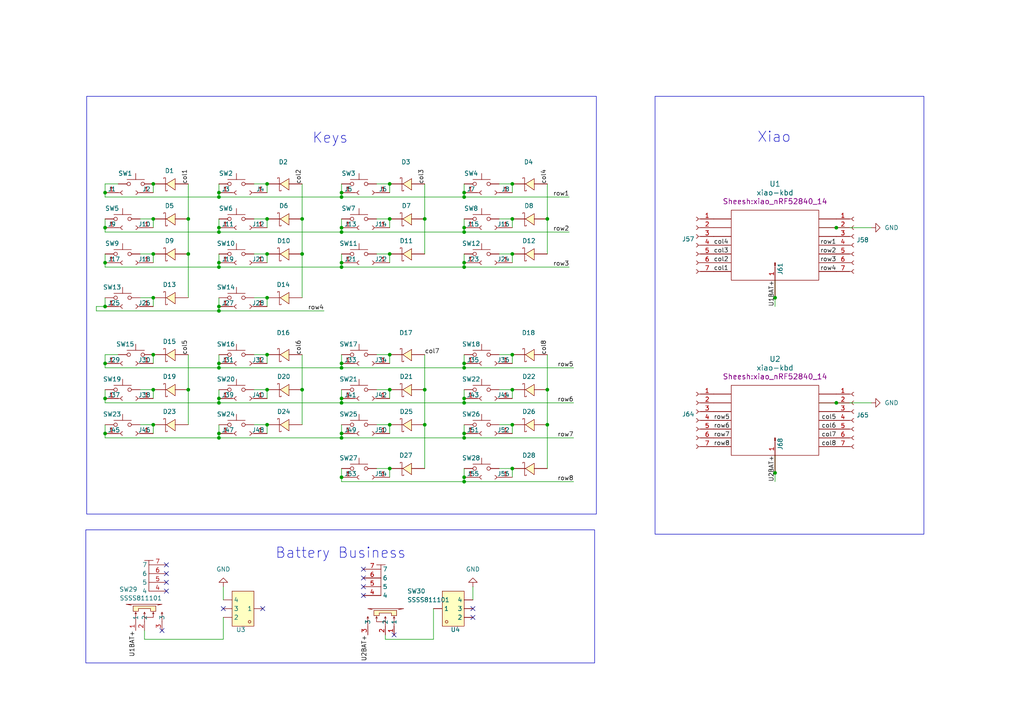
<source format=kicad_sch>
(kicad_sch (version 20231120) (generator "eeschema") (generator_version "8.0")
  (paper "A4")
  (title_block (title "Sheesh") (date "2024-09-23") (rev "0.1") (company "Octule"))
  (junction (at 148.59 135.89))
  (junction (at 242.57 116.84))
  (junction (at 77.47 113.03))
  (junction (at 134.62 77.47))
  (junction (at 134.62 66.04))
  (junction (at 148.59 123.19))
  (junction (at 158.75 113.03))
  (junction (at 30.48 55.88))
  (junction (at 134.62 139.7))
  (junction (at 99.06 115.57))
  (junction (at 123.19 113.03))
  (junction (at 99.06 57.15))
  (junction (at 224.79 86.36))
  (junction (at 87.63 63.5))
  (junction (at 134.62 76.2))
  (junction (at 63.5 57.15))
  (junction (at 99.06 55.88))
  (junction (at 63.5 105.41))
  (junction (at 30.48 125.73))
  (junction (at 77.47 63.5))
  (junction (at 63.5 127))
  (junction (at 134.62 116.84))
  (junction (at 113.03 123.19))
  (junction (at 63.5 106.68))
  (junction (at 99.06 127))
  (junction (at 148.59 63.5))
  (junction (at 134.62 106.68))
  (junction (at 113.03 102.87))
  (junction (at 63.5 66.04))
  (junction (at 54.61 113.03))
  (junction (at 63.5 125.73))
  (junction (at 113.03 63.5))
  (junction (at 30.48 76.2))
  (junction (at 134.62 125.73))
  (junction (at 134.62 67.31))
  (junction (at 44.45 113.03))
  (junction (at 99.06 138.43))
  (junction (at 30.48 88.9))
  (junction (at 99.06 116.84))
  (junction (at 63.5 115.57))
  (junction (at 113.03 53.34))
  (junction (at 54.61 63.5))
  (junction (at 242.57 66.04))
  (junction (at 148.59 102.87))
  (junction (at 99.06 77.47))
  (junction (at 134.62 127))
  (junction (at 77.47 102.87))
  (junction (at 44.45 86.36))
  (junction (at 113.03 113.03))
  (junction (at 63.5 88.9))
  (junction (at 134.62 105.41))
  (junction (at 44.45 73.66))
  (junction (at 113.03 135.89))
  (junction (at 134.62 115.57))
  (junction (at 87.63 73.66))
  (junction (at 44.45 123.19))
  (junction (at 148.59 113.03))
  (junction (at 134.62 55.88))
  (junction (at 99.06 66.04))
  (junction (at 30.48 66.04))
  (junction (at 87.63 113.03))
  (junction (at 63.5 76.2))
  (junction (at 148.59 73.66))
  (junction (at 158.75 123.19))
  (junction (at 30.48 105.41))
  (junction (at 134.62 57.15))
  (junction (at 99.06 67.31))
  (junction (at 148.59 53.34))
  (junction (at 123.19 63.5))
  (junction (at 77.47 123.19))
  (junction (at 44.45 53.34))
  (junction (at 30.48 115.57))
  (junction (at 224.79 137.16))
  (junction (at 77.47 86.36))
  (junction (at 99.06 76.2))
  (junction (at 123.19 123.19))
  (junction (at 99.06 106.68))
  (junction (at 77.47 73.66))
  (junction (at 63.5 67.31))
  (junction (at 63.5 77.47))
  (junction (at 44.45 63.5))
  (junction (at 77.47 53.34))
  (junction (at 63.5 116.84))
  (junction (at 44.45 102.87))
  (junction (at 54.61 73.66))
  (junction (at 158.75 63.5))
  (junction (at 134.62 138.43))
  (junction (at 113.03 73.66))
  (junction (at 63.5 90.17))
  (junction (at 99.06 105.41))
  (junction (at 63.5 55.88))
  (junction (at 99.06 125.73))
  (no_connect (at 137.16 179.07))
  (no_connect (at 137.16 176.53))
  (no_connect (at 114.3 184.15))
  (no_connect (at 48.26 168.91))
  (no_connect (at 105.41 170.18))
  (no_connect (at 76.2 176.53))
  (no_connect (at 105.41 172.72))
  (no_connect (at 48.26 163.83))
  (no_connect (at 105.41 167.64))
  (no_connect (at 48.26 171.45))
  (no_connect (at 105.41 165.1))
  (no_connect (at 48.26 166.37))
  (no_connect (at 64.77 176.53))
  (no_connect (at 46.99 182.88))
  (wire (pts (xy 87.63 73.66) (xy 87.63 86.36)))
  (wire (pts (xy 134.62 77.47) (xy 134.62 76.2)))
  (wire (pts (xy 64.77 179.07) (xy 64.77 185.42)))
  (wire (pts (xy 41.91 182.88) (xy 41.91 185.42)))
  (wire (pts (xy 111.76 184.15) (xy 111.76 185.42)))
  (wire (pts (xy 113.03 63.5) (xy 113.03 66.04)))
  (wire (pts (xy 44.45 63.5) (xy 44.45 66.04)))
  (wire (pts (xy 30.48 102.87) (xy 34.29 102.87)))
  (wire (pts (xy 134.62 113.03) (xy 134.62 115.57)))
  (wire (pts (xy 44.45 123.19) (xy 44.45 125.73)))
  (wire (pts (xy 111.76 185.42) (xy 125.73 185.42)))
  (wire (pts (xy 99.06 67.31) (xy 134.62 67.31)))
  (wire (pts (xy 44.45 113.03) (xy 44.45 115.57)))
  (wire (pts (xy 134.62 135.89) (xy 134.62 138.43)))
  (wire (pts (xy 134.62 53.34) (xy 134.62 55.88)))
  (wire (pts (xy 224.79 137.16) (xy 224.79 139.7)))
  (wire (pts (xy 44.45 73.66) (xy 40.64 73.66)))
  (wire (pts (xy 77.47 123.19) (xy 73.66 123.19)))
  (wire (pts (xy 87.63 63.5) (xy 87.63 73.66)))
  (wire (pts (xy 77.47 113.03) (xy 73.66 113.03)))
  (wire (pts (xy 148.59 135.89) (xy 148.59 138.43)))
  (wire (pts (xy 158.75 102.87) (xy 158.75 113.03)))
  (wire (pts (xy 134.62 139.7) (xy 166.37 139.7)))
  (wire (pts (xy 30.48 63.5) (xy 30.48 66.04)))
  (wire (pts (xy 134.62 115.57) (xy 134.62 116.84)))
  (wire (pts (xy 54.61 63.5) (xy 54.61 73.66)))
  (wire (pts (xy 63.5 77.47) (xy 63.5 76.2)))
  (wire (pts (xy 63.5 115.57) (xy 63.5 116.84)))
  (wire (pts (xy 73.66 86.36) (xy 77.47 86.36)))
  (wire (pts (xy 113.03 113.03) (xy 109.22 113.03)))
  (wire (pts (xy 125.73 176.53) (xy 125.73 185.42)))
  (wire (pts (xy 99.06 139.7) (xy 134.62 139.7)))
  (wire (pts (xy 148.59 123.19) (xy 144.78 123.19)))
  (wire (pts (xy 30.48 102.87) (xy 30.48 105.41)))
  (wire (pts (xy 99.06 77.47) (xy 134.62 77.47)))
  (wire (pts (xy 63.5 77.47) (xy 99.06 77.47)))
  (wire (pts (xy 30.48 67.31) (xy 63.5 67.31)))
  (wire (pts (xy 30.48 115.57) (xy 30.48 116.84)))
  (wire (pts (xy 27.94 88.9) (xy 27.94 90.17)))
  (wire (pts (xy 134.62 138.43) (xy 134.62 139.7)))
  (wire (pts (xy 30.48 53.34) (xy 34.29 53.34)))
  (wire (pts (xy 41.91 185.42) (xy 64.77 185.42)))
  (wire (pts (xy 242.57 66.04) (xy 252.73 66.04)))
  (wire (pts (xy 242.57 116.84) (xy 252.73 116.84)))
  (wire (pts (xy 63.5 73.66) (xy 63.5 76.2)))
  (wire (pts (xy 64.77 170.18) (xy 64.77 173.99)))
  (wire (pts (xy 113.03 135.89) (xy 113.03 138.43)))
  (wire (pts (xy 30.48 106.68) (xy 63.5 106.68)))
  (wire (pts (xy 63.5 86.36) (xy 63.5 88.9)))
  (wire (pts (xy 148.59 73.66) (xy 144.78 73.66)))
  (wire (pts (xy 63.5 123.19) (xy 63.5 125.73)))
  (wire (pts (xy 123.19 63.5) (xy 123.19 73.66)))
  (wire (pts (xy 54.61 113.03) (xy 54.61 123.19)))
  (wire (pts (xy 148.59 63.5) (xy 148.59 66.04)))
  (wire (pts (xy 30.48 127) (xy 63.5 127)))
  (wire (pts (xy 113.03 113.03) (xy 113.03 115.57)))
  (wire (pts (xy 134.62 63.5) (xy 134.62 66.04)))
  (wire (pts (xy 123.19 102.87) (xy 123.19 113.03)))
  (wire (pts (xy 63.5 113.03) (xy 63.5 115.57)))
  (wire (pts (xy 224.79 132.08) (xy 224.79 137.16)))
  (wire (pts (xy 54.61 53.34) (xy 54.61 63.5)))
  (wire (pts (xy 99.06 55.88) (xy 99.06 57.15)))
  (wire (pts (xy 30.48 76.2) (xy 30.48 77.47)))
  (wire (pts (xy 44.45 123.19) (xy 40.64 123.19)))
  (wire (pts (xy 30.48 53.34) (xy 30.48 55.88)))
  (wire (pts (xy 30.48 125.73) (xy 30.48 127)))
  (wire (pts (xy 99.06 135.89) (xy 99.06 138.43)))
  (wire (pts (xy 99.06 73.66) (xy 99.06 76.2)))
  (wire (pts (xy 99.06 53.34) (xy 99.06 55.88)))
  (wire (pts (xy 63.5 55.88) (xy 63.5 57.15)))
  (wire (pts (xy 54.61 73.66) (xy 54.61 86.36)))
  (wire (pts (xy 77.47 63.5) (xy 77.47 66.04)))
  (wire (pts (xy 99.06 106.68) (xy 99.06 105.41)))
  (wire (pts (xy 99.06 67.31) (xy 99.06 66.04)))
  (wire (pts (xy 77.47 63.5) (xy 73.66 63.5)))
  (wire (pts (xy 134.62 73.66) (xy 134.62 76.2)))
  (wire (pts (xy 44.45 86.36) (xy 44.45 88.9)))
  (wire (pts (xy 134.62 67.31) (xy 134.62 66.04)))
  (wire (pts (xy 134.62 106.68) (xy 134.62 105.41)))
  (wire (pts (xy 44.45 73.66) (xy 44.45 76.2)))
  (wire (pts (xy 99.06 63.5) (xy 99.06 66.04)))
  (wire (pts (xy 30.48 66.04) (xy 30.48 67.31)))
  (wire (pts (xy 134.62 116.84) (xy 166.37 116.84)))
  (wire (pts (xy 99.06 57.15) (xy 134.62 57.15)))
  (wire (pts (xy 77.47 53.34) (xy 77.47 55.88)))
  (wire (pts (xy 77.47 102.87) (xy 77.47 105.41)))
  (wire (pts (xy 44.45 53.34) (xy 44.45 55.88)))
  (wire (pts (xy 148.59 73.66) (xy 148.59 76.2)))
  (wire (pts (xy 158.75 63.5) (xy 158.75 73.66)))
  (wire (pts (xy 113.03 63.5) (xy 109.22 63.5)))
  (wire (pts (xy 148.59 102.87) (xy 144.78 102.87)))
  (wire (pts (xy 99.06 77.47) (xy 99.06 76.2)))
  (wire (pts (xy 134.62 106.68) (xy 166.37 106.68)))
  (wire (pts (xy 134.62 127) (xy 166.37 127)))
  (wire (pts (xy 224.79 81.28) (xy 224.79 86.36)))
  (wire (pts (xy 113.03 73.66) (xy 109.22 73.66)))
  (wire (pts (xy 30.48 116.84) (xy 63.5 116.84)))
  (wire (pts (xy 134.62 123.19) (xy 134.62 125.73)))
  (wire (pts (xy 99.06 127) (xy 134.62 127)))
  (wire (pts (xy 30.48 105.41) (xy 30.48 106.68)))
  (wire (pts (xy 144.78 135.89) (xy 148.59 135.89)))
  (wire (pts (xy 148.59 113.03) (xy 148.59 115.57)))
  (wire (pts (xy 237.49 116.84) (xy 242.57 116.84)))
  (wire (pts (xy 148.59 123.19) (xy 148.59 125.73)))
  (wire (pts (xy 27.94 90.17) (xy 63.5 90.17)))
  (wire (pts (xy 99.06 113.03) (xy 99.06 115.57)))
  (wire (pts (xy 63.5 63.5) (xy 63.5 66.04)))
  (wire (pts (xy 137.16 170.18) (xy 137.16 173.99)))
  (wire (pts (xy 158.75 113.03) (xy 158.75 123.19)))
  (wire (pts (xy 148.59 53.34) (xy 148.59 55.88)))
  (wire (pts (xy 63.5 127) (xy 99.06 127)))
  (wire (pts (xy 113.03 73.66) (xy 113.03 76.2)))
  (wire (pts (xy 77.47 123.19) (xy 77.47 125.73)))
  (wire (pts (xy 30.48 57.15) (xy 63.5 57.15)))
  (wire (pts (xy 63.5 67.31) (xy 63.5 66.04)))
  (wire (pts (xy 113.03 123.19) (xy 109.22 123.19)))
  (wire (pts (xy 77.47 86.36) (xy 77.47 88.9)))
  (wire (pts (xy 99.06 116.84) (xy 134.62 116.84)))
  (wire (pts (xy 237.49 66.04) (xy 242.57 66.04)))
  (wire (pts (xy 77.47 73.66) (xy 73.66 73.66)))
  (wire (pts (xy 113.03 102.87) (xy 113.03 105.41)))
  (wire (pts (xy 148.59 63.5) (xy 144.78 63.5)))
  (wire (pts (xy 99.06 125.73) (xy 99.06 127)))
  (wire (pts (xy 77.47 113.03) (xy 77.47 115.57)))
  (wire (pts (xy 44.45 102.87) (xy 44.45 105.41)))
  (wire (pts (xy 99.06 102.87) (xy 99.06 105.41)))
  (wire (pts (xy 224.79 88.9) (xy 224.79 86.36)))
  (wire (pts (xy 77.47 73.66) (xy 77.47 76.2)))
  (wire (pts (xy 30.48 113.03) (xy 30.48 115.57)))
  (wire (pts (xy 63.5 116.84) (xy 99.06 116.84)))
  (wire (pts (xy 134.62 102.87) (xy 134.62 105.41)))
  (wire (pts (xy 54.61 102.87) (xy 54.61 113.03)))
  (wire (pts (xy 113.03 123.19) (xy 113.03 125.73)))
  (wire (pts (xy 99.06 138.43) (xy 99.06 139.7)))
  (wire (pts (xy 30.48 86.36) (xy 30.48 88.9)))
  (wire (pts (xy 44.45 63.5) (xy 40.64 63.5)))
  (wire (pts (xy 99.06 123.19) (xy 99.06 125.73)))
  (wire (pts (xy 30.48 123.19) (xy 30.48 125.73)))
  (wire (pts (xy 30.48 55.88) (xy 30.48 57.15)))
  (wire (pts (xy 63.5 53.34) (xy 63.5 55.88)))
  (wire (pts (xy 30.48 73.66) (xy 30.48 76.2)))
  (wire (pts (xy 44.45 86.36) (xy 40.64 86.36)))
  (wire (pts (xy 63.5 125.73) (xy 63.5 127)))
  (wire (pts (xy 134.62 57.15) (xy 134.62 55.88)))
  (wire (pts (xy 134.62 77.47) (xy 165.1 77.47)))
  (wire (pts (xy 44.45 113.03) (xy 40.64 113.03)))
  (wire (pts (xy 113.03 102.87) (xy 109.22 102.87)))
  (wire (pts (xy 77.47 102.87) (xy 73.66 102.87)))
  (wire (pts (xy 148.59 102.87) (xy 148.59 105.41)))
  (wire (pts (xy 123.19 53.34) (xy 123.19 63.5)))
  (wire (pts (xy 63.5 57.15) (xy 99.06 57.15)))
  (wire (pts (xy 77.47 53.34) (xy 73.66 53.34)))
  (wire (pts (xy 63.5 106.68) (xy 63.5 105.41)))
  (wire (pts (xy 134.62 57.15) (xy 165.1 57.15)))
  (wire (pts (xy 158.75 123.19) (xy 158.75 135.89)))
  (wire (pts (xy 27.94 88.9) (xy 30.48 88.9)))
  (wire (pts (xy 113.03 135.89) (xy 109.22 135.89)))
  (wire (pts (xy 99.06 106.68) (xy 134.62 106.68)))
  (wire (pts (xy 113.03 53.34) (xy 113.03 55.88)))
  (wire (pts (xy 63.5 106.68) (xy 99.06 106.68)))
  (wire (pts (xy 30.48 77.47) (xy 63.5 77.47)))
  (wire (pts (xy 148.59 113.03) (xy 144.78 113.03)))
  (wire (pts (xy 158.75 53.34) (xy 158.75 63.5)))
  (wire (pts (xy 87.63 102.87) (xy 87.63 113.03)))
  (wire (pts (xy 134.62 67.31) (xy 165.1 67.31)))
  (wire (pts (xy 87.63 53.34) (xy 87.63 63.5)))
  (wire (pts (xy 63.5 90.17) (xy 93.98 90.17)))
  (wire (pts (xy 63.5 67.31) (xy 99.06 67.31)))
  (wire (pts (xy 123.19 123.19) (xy 123.19 135.89)))
  (wire (pts (xy 113.03 53.34) (xy 109.22 53.34)))
  (wire (pts (xy 99.06 115.57) (xy 99.06 116.84)))
  (wire (pts (xy 63.5 90.17) (xy 63.5 88.9)))
  (wire (pts (xy 134.62 125.73) (xy 134.62 127)))
  (wire (pts (xy 123.19 113.03) (xy 123.19 123.19)))
  (wire (pts (xy 148.59 53.34) (xy 144.78 53.34)))
  (wire (pts (xy 63.5 102.87) (xy 63.5 105.41)))
  (wire (pts (xy 87.63 113.03) (xy 87.63 123.19)))
  (rectangle (start 24.892 153.67) (end 172.466 192.278))
  (rectangle (start 189.992 27.94) (end 267.97 154.94))
  (rectangle (start 25.146 27.94) (end 172.974 149.098))
  (text "Battery Business" (at 98.806 160.528 0) (effects (font (size 2.9972 2.9972))))
  (text "Keys" (at 95.758 40.132 0) (effects (font (size 2.9972 2.9972))))
  (text "Xiao" (at 224.536 39.878 0) (effects (font (size 2.9972 2.9972))))
  (label "U2BAT+" (at 106.68 184.15 270))
  (label "col1" (at 54.61 53.34 90))
  (label "col8" (at 158.75 102.87 90))
  (label "row3" (at 242.57 76.2 180))
  (label "col4" (at 207.01 71.12 0))
  (label "row2" (at 165.1 67.31 180))
  (label "col2" (at 207.01 76.2 0))
  (label "col1" (at 207.01 78.74 0))
  (label "row6" (at 207.01 124.46 0))
  (label "col3" (at 207.01 73.66 0))
  (label "row3" (at 165.1 77.47 180))
  (label "col4" (at 158.75 53.34 90))
  (label "col6" (at 242.57 124.46 180))
  (label "col7" (at 242.57 127 180))
  (label "U1BAT+" (at 39.37 182.88 270))
  (label "col5" (at 54.61 102.87 90))
  (label "row4" (at 93.98 90.17 180))
  (label "row5" (at 166.37 106.68 180))
  (label "row8" (at 166.37 139.7 180))
  (label "row7" (at 166.37 127 180))
  (label "col3" (at 123.19 53.34 90))
  (label "col7" (at 123.19 102.87 0))
  (label "row8" (at 207.01 129.54 0))
  (label "row1" (at 242.57 71.12 180))
  (label "row2" (at 242.57 73.66 180))
  (label "row6" (at 166.37 116.84 180))
  (label "U1BAT+" (at 224.79 88.9 90))
  (label "col8" (at 242.57 129.54 180))
  (label "U2BAT+" (at 224.79 139.7 90))
  (label "row1" (at 165.1 57.15 180))
  (label "col6" (at 87.63 102.87 90))
  (label "row5" (at 207.01 121.92 0))
  (label "row7" (at 207.01 127 0))
  (label "row4" (at 242.57 78.74 180))
  (label "col2" (at 87.63 53.34 90))
  (label "col5" (at 242.57 121.92 180))
  (symbol (lib_id "Switch:SW_Push") (at 35.56 86.36 0) (unit 1) (in_bom no)
    (property "Reference" "SW13" (at 32.512 83.312 0))
    (property "Value" "SW_Push" (effects (hide yes)))
    (property "Footprint" "Sheesh:SW_PG1350" (effects (hide yes)))
    (property "Description" "Push button switch, generic, two pins" (effects (hide yes)))
  )
  (symbol (lib_id "Switch:SW_Push") (at 68.58 73.66 0) (unit 1) (in_bom no)
    (property "Reference" "SW10" (at 65.532 70.612 0))
    (property "Value" "SW_Push" (effects (hide yes)))
    (property "Footprint" "Sheesh:SW_PG1350" (effects (hide yes)))
    (property "Description" "Push button switch, generic, two pins" (effects (hide yes)))
  )
  (symbol (lib_id "Sheesh:MY-LR44-02") (at 132.08 176.53 0) (mirror x) (unit 1)
    (property "Reference" "U4" (at 132.08 182.626 0))
    (property "Value" "MY-LR44-02" (effects (hide yes)))
    (property "Footprint" "Sheesh:BAT-SMD_MY-LR44-02" (effects (hide yes)))
    (property "Datasheet" "https://wmsc.lcsc.com/wmsc/upload/file/pdf/v2/lcsc/2111120930_MYOUNG-MY-LR44-02_C2902345.pdf" (effects (hide yes)))
    (property "LCSC" "C2902345" (effects (hide yes)))
    (property "MPN" "MY-LR44-02" (effects (hide yes)))
  )
  (symbol (lib_id "Connector:Conn_01x01_Socket") (at 143.51 66.04 0) (mirror y) (unit 1)
    (property "Reference" "J16" (at 147.828 65.024 0) (effects (justify left)))
    (property "Value" "3305-0-15-80-47-27-10-0" (effects (hide yes)))
    (property "Footprint" "Sheesh:3305-0-15-80-47-27-10-0" (effects (hide yes)))
    (property "Description" "Generic connector, single row, 01x01, script generated" (effects (hide yes)))
    (property "LCSC" "C17370797" (effects (hide yes)))
    (property "MPN" "3305-0-15-80-47-27-10-0" (effects (hide yes)))
  )
  (symbol (lib_id "Connector:Conn_01x01_Socket") (at 68.58 105.41 0) (unit 1)
    (property "Reference" "J31" (at 64.262 104.394 0) (effects (justify left)))
    (property "Value" "3305-0-15-80-47-27-10-0" (effects (hide yes)))
    (property "Footprint" "Sheesh:3305-0-15-80-47-27-10-0" (effects (hide yes)))
    (property "Description" "Generic connector, single row, 01x01, script generated" (effects (hide yes)))
    (property "LCSC" "C17370797" (effects (hide yes)))
    (property "MPN" "3305-0-15-80-47-27-10-0" (effects (hide yes)))
  )
  (symbol (lib_id "Switch:SW_Push") (at 139.7 63.5 0) (unit 1) (in_bom no)
    (property "Reference" "SW8" (at 136.652 60.452 0))
    (property "Value" "SW_Push" (effects (hide yes)))
    (property "Footprint" "Sheesh:SW_PG1350" (effects (hide yes)))
    (property "Description" "Push button switch, generic, two pins" (effects (hide yes)))
  )
  (symbol (lib_id "Connector:Conn_01x01_Socket") (at 139.7 138.43 0) (unit 1)
    (property "Reference" "J55" (at 135.382 137.414 0) (effects (justify left)))
    (property "Value" "3305-0-15-80-47-27-10-0" (effects (hide yes)))
    (property "Footprint" "Sheesh:3305-0-15-80-47-27-10-0" (effects (hide yes)))
    (property "Description" "Generic connector, single row, 01x01, script generated" (effects (hide yes)))
    (property "LCSC" "C17370797" (effects (hide yes)))
    (property "MPN" "3305-0-15-80-47-27-10-0" (effects (hide yes)))
  )
  (symbol (lib_id "Sheesh:CDSQC4148-HF") (at 82.55 63.5 0) (unit 1)
    (property "Reference" "D6" (at 82.296 59.69 0))
    (property "Value" "CDSQC4148-HF" (effects (hide yes)))
    (property "Footprint" "Sheesh:X1-DFN1006-2_L1.0-W0.6-RD" (effects (hide yes)))
    (property "LCSC" "C6341459" (effects (hide yes)))
  )
  (symbol (lib_id "Sheesh:CDSQC4148-HF") (at 49.53 86.36 0) (unit 1)
    (property "Reference" "D13" (at 49.15 82.55 0))
    (property "Value" "CDSQC4148-HF" (effects (hide yes)))
    (property "Footprint" "Sheesh:X1-DFN1006-2_L1.0-W0.6-RD" (effects (hide yes)))
    (property "LCSC" "C6341459" (effects (hide yes)))
  )
  (symbol (lib_id "Connector:Conn_01x01_Socket") (at 139.7 125.73 0) (unit 1)
    (property "Reference" "J51" (at 135.382 124.714 0) (effects (justify left)))
    (property "Value" "3305-0-15-80-47-27-10-0" (effects (hide yes)))
    (property "Footprint" "Sheesh:3305-0-15-80-47-27-10-0" (effects (hide yes)))
    (property "Description" "Generic connector, single row, 01x01, script generated" (effects (hide yes)))
    (property "LCSC" "C17370797" (effects (hide yes)))
    (property "MPN" "3305-0-15-80-47-27-10-0" (effects (hide yes)))
  )
  (symbol (lib_id "Switch:SW_Push") (at 104.14 113.03 0) (unit 1) (in_bom no)
    (property "Reference" "SW21" (at 101.092 109.982 0))
    (property "Value" "SW_Push" (effects (hide yes)))
    (property "Footprint" "Sheesh:SW_PG1350" (effects (hide yes)))
    (property "Description" "Push button switch, generic, two pins" (effects (hide yes)))
  )
  (symbol (lib_id "Connector:Conn_01x01_Socket") (at 107.95 125.73 0) (mirror y) (unit 1)
    (property "Reference" "J50" (at 112.268 124.714 0) (effects (justify left)))
    (property "Value" "3305-0-15-80-47-27-10-0" (effects (hide yes)))
    (property "Footprint" "Sheesh:3305-0-15-80-47-27-10-0" (effects (hide yes)))
    (property "Description" "Generic connector, single row, 01x01, script generated" (effects (hide yes)))
    (property "LCSC" "C17370797" (effects (hide yes)))
    (property "MPN" "3305-0-15-80-47-27-10-0" (effects (hide yes)))
  )
  (symbol (lib_id "Connector:Conn_01x01_Socket") (at 107.95 66.04 0) (mirror y) (unit 1)
    (property "Reference" "J14" (at 112.268 65.024 0) (effects (justify left)))
    (property "Value" "3305-0-15-80-47-27-10-0" (effects (hide yes)))
    (property "Footprint" "Sheesh:3305-0-15-80-47-27-10-0" (effects (hide yes)))
    (property "Description" "Generic connector, single row, 01x01, script generated" (effects (hide yes)))
    (property "LCSC" "C17370797" (effects (hide yes)))
    (property "MPN" "3305-0-15-80-47-27-10-0" (effects (hide yes)))
  )
  (symbol (lib_id "Connector:Conn_01x01_Socket") (at 72.39 66.04 0) (mirror y) (unit 1)
    (property "Reference" "J12" (at 76.708 65.024 0) (effects (justify left)))
    (property "Value" "3305-0-15-80-47-27-10-0" (effects (hide yes)))
    (property "Footprint" "Sheesh:3305-0-15-80-47-27-10-0" (effects (hide yes)))
    (property "Description" "Generic connector, single row, 01x01, script generated" (effects (hide yes)))
    (property "LCSC" "C17370797" (effects (hide yes)))
    (property "MPN" "3305-0-15-80-47-27-10-0" (effects (hide yes)))
  )
  (symbol (lib_id "Sheesh:MY-LR44-02") (at 69.85 176.53 180) (unit 1)
    (property "Reference" "U3" (at 69.85 182.626 0))
    (property "Value" "MY-LR44-02" (effects (hide yes)))
    (property "Footprint" "Sheesh:BAT-SMD_MY-LR44-02" (effects (hide yes)))
    (property "Datasheet" "https://wmsc.lcsc.com/wmsc/upload/file/pdf/v2/lcsc/2111120930_MYOUNG-MY-LR44-02_C2902345.pdf" (effects (hide yes)))
    (property "LCSC" "C2902345" (effects (hide yes)))
    (property "MPN" "MY-LR44-02" (effects (hide yes)))
  )
  (symbol (lib_id "Connector:Conn_01x01_Socket") (at 139.7 66.04 0) (unit 1)
    (property "Reference" "J15" (at 135.382 65.024 0) (effects (justify left)))
    (property "Value" "3305-0-15-80-47-27-10-0" (effects (hide yes)))
    (property "Footprint" "Sheesh:3305-0-15-80-47-27-10-0" (effects (hide yes)))
    (property "Description" "Generic connector, single row, 01x01, script generated" (effects (hide yes)))
    (property "LCSC" "C17370797" (effects (hide yes)))
    (property "MPN" "3305-0-15-80-47-27-10-0" (effects (hide yes)))
  )
  (symbol (lib_id "Sheesh:CDSQC4148-HF") (at 118.11 53.34 0) (unit 1)
    (property "Reference" "D3" (at 117.73 46.99 0))
    (property "Value" "CDSQC4148-HF" (effects (hide yes)))
    (property "Footprint" "Sheesh:X1-DFN1006-2_L1.0-W0.6-RD" (effects (hide yes)))
    (property "LCSC" "C6341459" (effects (hide yes)))
  )
  (symbol (lib_id "Switch:SW_Push") (at 68.58 86.36 0) (unit 1) (in_bom no)
    (property "Reference" "SW14" (at 65.532 83.312 0))
    (property "Value" "SW_Push" (effects (hide yes)))
    (property "Footprint" "Sheesh:SW_PG1350" (effects (hide yes)))
    (property "Description" "Push button switch, generic, two pins" (effects (hide yes)))
  )
  (symbol (lib_id "Connector:Conn_01x07_Socket") (at 201.93 71.12 0) (mirror y) (unit 1)
    (property "Reference" "J57" (at 201.422 69.342 0) (effects (justify left)))
    (property "Value" "MF254V-11-07-0743" (effects (hide yes)))
    (property "Footprint" "Sheesh:MF254V-11-07-0743" (effects (hide yes)))
    (property "Description" "Generic connector, single row, 01x07, script generated" (effects (hide yes)))
    (property "LCSC" "C2889988" (effects (hide yes)))
    (property "MPN" "310-13-107-41-001000" (effects (hide yes)))
  )
  (symbol (lib_id "Connector:Conn_01x07_Socket") (at 201.93 121.92 0) (mirror y) (unit 1)
    (property "Reference" "J64" (at 201.422 120.142 0) (effects (justify left)))
    (property "Value" "MF254V-11-07-0743" (effects (hide yes)))
    (property "Footprint" "Sheesh:MF254V-11-07-0743" (effects (hide yes)))
    (property "Description" "Generic connector, single row, 01x07, script generated" (effects (hide yes)))
    (property "LCSC" "C2889988" (effects (hide yes)))
    (property "MPN" "310-13-107-41-001000" (effects (hide yes)))
  )
  (symbol (lib_id "Sheesh:CDSQC4148-HF") (at 153.67 135.89 0) (unit 1)
    (property "Reference" "D28" (at 153.416 132.08 0))
    (property "Value" "CDSQC4148-HF" (effects (hide yes)))
    (property "Footprint" "Sheesh:X1-DFN1006-2_L1.0-W0.6-RD" (effects (hide yes)))
    (property "LCSC" "C6341459" (effects (hide yes)))
  )
  (symbol (lib_id "Sheesh:CDSQC4148-HF") (at 82.55 86.36 0) (unit 1)
    (property "Reference" "D14" (at 82.17 82.55 0))
    (property "Value" "CDSQC4148-HF" (effects (hide yes)))
    (property "Footprint" "Sheesh:X1-DFN1006-2_L1.0-W0.6-RD" (effects (hide yes)))
    (property "LCSC" "C6341459" (effects (hide yes)))
  )
  (symbol (lib_id "Sheesh:CDSQC4148-HF") (at 118.11 135.89 0) (unit 1)
    (property "Reference" "D27" (at 117.73 132.08 0))
    (property "Value" "CDSQC4148-HF" (effects (hide yes)))
    (property "Footprint" "Sheesh:X1-DFN1006-2_L1.0-W0.6-RD" (effects (hide yes)))
    (property "LCSC" "C6341459" (effects (hide yes)))
  )
  (symbol (lib_id "Sheesh:CDSQC4148-HF") (at 153.67 63.5 0) (unit 1)
    (property "Reference" "D8" (at 153.416 59.69 0))
    (property "Value" "CDSQC4148-HF" (effects (hide yes)))
    (property "Footprint" "Sheesh:X1-DFN1006-2_L1.0-W0.6-RD" (effects (hide yes)))
    (property "LCSC" "C6341459" (effects (hide yes)))
  )
  (symbol (lib_id "Sheesh:SSSS811101") (at 40.64 179.07 0) (mirror x) (unit 1)
    (property "Reference" "SW29" (at 39.878 170.942 0) (effects (justify right)))
    (property "Value" "SSSS811101" (at 46.99 173.482 0) (effects (justify right)))
    (property "Footprint" "Sheesh:SW-SMD_SSSS811101" (effects (hide yes)))
    (property "Datasheet" "https://lcsc.com/product-detail/Toggle-Switches_ALPS_SSSS811101_SSSS811101_C109335.html" (effects (hide yes)))
    (property "LCSC" "C109335" (effects (hide yes)))
  )
  (symbol (lib_id "Sheesh:CDSQC4148-HF") (at 153.67 102.87 0) (unit 1)
    (property "Reference" "D18" (at 153.29 96.52 0))
    (property "Value" "CDSQC4148-HF" (effects (hide yes)))
    (property "Footprint" "Sheesh:X1-DFN1006-2_L1.0-W0.6-RD" (effects (hide yes)))
    (property "LCSC" "C6341459" (effects (hide yes)))
  )
  (symbol (lib_id "Connector:Conn_01x01_Socket") (at 104.14 76.2 0) (unit 1)
    (property "Reference" "J21" (at 99.822 75.184 0) (effects (justify left)))
    (property "Value" "3305-0-15-80-47-27-10-0" (effects (hide yes)))
    (property "Footprint" "Sheesh:3305-0-15-80-47-27-10-0" (effects (hide yes)))
    (property "Description" "Generic connector, single row, 01x01, script generated" (effects (hide yes)))
    (property "LCSC" "C17370797" (effects (hide yes)))
    (property "MPN" "3305-0-15-80-47-27-10-0" (effects (hide yes)))
  )
  (symbol (lib_id "Sheesh:CDSQC4148-HF") (at 49.53 113.03 0) (unit 1)
    (property "Reference" "D19" (at 49.15 109.22 0))
    (property "Value" "CDSQC4148-HF" (effects (hide yes)))
    (property "Footprint" "Sheesh:X1-DFN1006-2_L1.0-W0.6-RD" (effects (hide yes)))
    (property "LCSC" "C6341459" (effects (hide yes)))
  )
  (symbol (lib_id "Sheesh:CDSQC4148-HF") (at 118.11 73.66 0) (unit 1)
    (property "Reference" "D11" (at 117.856 69.85 0))
    (property "Value" "CDSQC4148-HF" (effects (hide yes)))
    (property "Footprint" "Sheesh:X1-DFN1006-2_L1.0-W0.6-RD" (effects (hide yes)))
    (property "LCSC" "C6341459" (effects (hide yes)))
  )
  (symbol (lib_id "Connector:Conn_01x01_Socket") (at 139.7 55.88 0) (unit 1)
    (property "Reference" "J7" (at 135.382 54.864 0) (effects (justify left)))
    (property "Value" "3305-0-15-80-47-27-10-0" (effects (hide yes)))
    (property "Footprint" "Sheesh:3305-0-15-80-47-27-10-0" (effects (hide yes)))
    (property "Description" "Generic connector, single row, 01x01, script generated" (effects (hide yes)))
    (property "LCSC" "C17370797" (effects (hide yes)))
    (property "MPN" "3305-0-15-80-47-27-10-0" (effects (hide yes)))
  )
  (symbol (lib_id "Connector:Conn_01x01_Socket") (at 107.95 76.2 0) (mirror y) (unit 1)
    (property "Reference" "J22" (at 112.268 75.184 0) (effects (justify left)))
    (property "Value" "3305-0-15-80-47-27-10-0" (effects (hide yes)))
    (property "Footprint" "Sheesh:3305-0-15-80-47-27-10-0" (effects (hide yes)))
    (property "Description" "Generic connector, single row, 01x01, script generated" (effects (hide yes)))
    (property "LCSC" "C17370797" (effects (hide yes)))
    (property "MPN" "3305-0-15-80-47-27-10-0" (effects (hide yes)))
  )
  (symbol (lib_id "Connector:Conn_01x01_Socket") (at 39.37 125.73 0) (mirror y) (unit 1)
    (property "Reference" "J46" (at 43.688 124.714 0) (effects (justify left)))
    (property "Value" "3305-0-15-80-47-27-10-0" (effects (hide yes)))
    (property "Footprint" "Sheesh:3305-0-15-80-47-27-10-0" (effects (hide yes)))
    (property "Description" "Generic connector, single row, 01x01, script generated" (effects (hide yes)))
    (property "LCSC" "C17370797" (effects (hide yes)))
    (property "MPN" "3305-0-15-80-47-27-10-0" (effects (hide yes)))
  )
  (symbol (lib_id "Sheesh:xiao_nRF52840_14") (at 224.79 71.12 0) (unit 1) (in_bom no)
    (property "Reference" "U1" (at 224.79 53.34 0) (effects (font (size 1.524 1.524))))
    (property "Value" "xiao-kbd" (at 224.79 55.88 0) (effects (font (size 1.524 1.524))))
    (property "Footprint" "Sheesh:xiao_nRF52840_14" (at 224.79 58.42 0) (effects (font (size 1.524 1.524))))
  )
  (symbol (lib_id "Connector:Conn_01x01_Socket") (at 143.51 55.88 0) (mirror y) (unit 1)
    (property "Reference" "J8" (at 147.828 54.864 0) (effects (justify left)))
    (property "Value" "3305-0-15-80-47-27-10-0" (effects (hide yes)))
    (property "Footprint" "Sheesh:3305-0-15-80-47-27-10-0" (effects (hide yes)))
    (property "Description" "Generic connector, single row, 01x01, script generated" (effects (hide yes)))
    (property "LCSC" "C17370797" (effects (hide yes)))
    (property "MPN" "3305-0-15-80-47-27-10-0" (effects (hide yes)))
  )
  (symbol (lib_id "Switch:SW_Push") (at 104.14 63.5 0) (unit 1) (in_bom no)
    (property "Reference" "SW7" (at 101.092 60.452 0))
    (property "Value" "SW_Push" (effects (hide yes)))
    (property "Footprint" "Sheesh:SW_PG1350" (effects (hide yes)))
    (property "Description" "Push button switch, generic, two pins" (effects (hide yes)))
  )
  (symbol (lib_id "Switch:SW_Push") (at 104.14 102.87 0) (unit 1) (in_bom no)
    (property "Reference" "SW17" (at 101.092 99.822 0))
    (property "Value" "SW_Push" (effects (hide yes)))
    (property "Footprint" "Sheesh:SW_PG1350" (effects (hide yes)))
    (property "Description" "Push button switch, generic, two pins" (effects (hide yes)))
  )
  (symbol (lib_id "Switch:SW_Push") (at 39.37 102.87 0) (unit 1) (in_bom no)
    (property "Reference" "SW15" (at 36.322 99.822 0))
    (property "Value" "SW_Push" (effects (hide yes)))
    (property "Footprint" "Sheesh:SW_PG1350" (effects (hide yes)))
    (property "Description" "Push button switch, generic, two pins" (effects (hide yes)))
  )
  (symbol (lib_id "Switch:SW_Push") (at 68.58 123.19 0) (unit 1) (in_bom no)
    (property "Reference" "SW24" (at 65.532 120.142 0))
    (property "Value" "SW_Push" (effects (hide yes)))
    (property "Footprint" "Sheesh:SW_PG1350" (effects (hide yes)))
    (property "Description" "Push button switch, generic, two pins" (effects (hide yes)))
  )
  (symbol (lib_id "Switch:SW_Push") (at 139.7 102.87 0) (unit 1) (in_bom no)
    (property "Reference" "SW18" (at 136.652 99.822 0))
    (property "Value" "SW_Push" (effects (hide yes)))
    (property "Footprint" "Sheesh:SW_PG1350" (effects (hide yes)))
    (property "Description" "Push button switch, generic, two pins" (effects (hide yes)))
  )
  (symbol (lib_id "Connector:Conn_01x07_Socket") (at 247.65 121.92 0) (unit 1)
    (property "Reference" "J65" (at 248.412 120.396 0) (effects (justify left)))
    (property "Value" "MF254V-11-07-0743" (effects (hide yes)))
    (property "Footprint" "Sheesh:MF254V-11-07-0743" (effects (hide yes)))
    (property "Description" "Generic connector, single row, 01x07, script generated" (effects (hide yes)))
    (property "LCSC" "C2889988" (effects (hide yes)))
    (property "MPN" "310-13-107-41-001000" (effects (hide yes)))
  )
  (symbol (lib_id "Connector:Conn_01x01_Socket") (at 72.39 55.88 0) (mirror y) (unit 1)
    (property "Reference" "J4" (at 76.708 54.864 0) (effects (justify left)))
    (property "Value" "3305-0-15-80-47-27-10-0" (effects (hide yes)))
    (property "Footprint" "Sheesh:3305-0-15-80-47-27-10-0" (effects (hide yes)))
    (property "Description" "Generic connector, single row, 01x01, script generated" (effects (hide yes)))
    (property "LCSC" "C17370797" (effects (hide yes)))
    (property "MPN" "3305-0-15-80-47-27-10-0" (effects (hide yes)))
  )
  (symbol (lib_id "Connector:Conn_01x01_Socket") (at 104.14 66.04 0) (unit 1)
    (property "Reference" "J13" (at 99.822 65.024 0) (effects (justify left)))
    (property "Value" "3305-0-15-80-47-27-10-0" (effects (hide yes)))
    (property "Footprint" "Sheesh:3305-0-15-80-47-27-10-0" (effects (hide yes)))
    (property "Description" "Generic connector, single row, 01x01, script generated" (effects (hide yes)))
    (property "LCSC" "C17370797" (effects (hide yes)))
    (property "MPN" "3305-0-15-80-47-27-10-0" (effects (hide yes)))
  )
  (symbol (lib_id "Switch:SW_Push") (at 35.56 113.03 0) (unit 1) (in_bom no)
    (property "Reference" "SW19" (at 32.512 109.982 0))
    (property "Value" "SW_Push" (effects (hide yes)))
    (property "Footprint" "Sheesh:SW_PG1350" (effects (hide yes)))
    (property "Description" "Push button switch, generic, two pins" (effects (hide yes)))
  )
  (symbol (lib_id "Switch:SW_Push") (at 139.7 123.19 0) (unit 1) (in_bom no)
    (property "Reference" "SW26" (at 136.652 120.142 0))
    (property "Value" "SW_Push" (effects (hide yes)))
    (property "Footprint" "Sheesh:SW_PG1350" (effects (hide yes)))
    (property "Description" "Push button switch, generic, two pins" (effects (hide yes)))
  )
  (symbol (lib_id "Connector:Conn_01x01_Socket") (at 39.37 115.57 0) (mirror y) (unit 1)
    (property "Reference" "J38" (at 43.688 114.554 0) (effects (justify left)))
    (property "Value" "3305-0-15-80-47-27-10-0" (effects (hide yes)))
    (property "Footprint" "Sheesh:3305-0-15-80-47-27-10-0" (effects (hide yes)))
    (property "Description" "Generic connector, single row, 01x01, script generated" (effects (hide yes)))
    (property "LCSC" "C17370797" (effects (hide yes)))
    (property "MPN" "3305-0-15-80-47-27-10-0" (effects (hide yes)))
  )
  (symbol (lib_id "Connector:Conn_01x01_Socket") (at 35.56 55.88 0) (unit 1)
    (property "Reference" "J1" (at 31.242 54.864 0) (effects (justify left)))
    (property "Value" "3305-0-15-80-47-27-10-0" (effects (hide yes)))
    (property "Footprint" "Sheesh:3305-0-15-80-47-27-10-0" (effects (hide yes)))
    (property "Description" "Generic connector, single row, 01x01, script generated" (effects (hide yes)))
    (property "LCSC" "C17370797" (effects (hide yes)))
    (property "MPN" "3305-0-15-80-47-27-10-0" (effects (hide yes)))
  )
  (symbol (lib_id "Sheesh:CDSQC4148-HF") (at 118.11 63.5 0) (unit 1)
    (property "Reference" "D7" (at 117.856 59.69 0))
    (property "Value" "CDSQC4148-HF" (effects (hide yes)))
    (property "Footprint" "Sheesh:X1-DFN1006-2_L1.0-W0.6-RD" (effects (hide yes)))
    (property "LCSC" "C6341459" (effects (hide yes)))
  )
  (symbol (lib_id "Switch:SW_Push") (at 139.7 135.89 0) (unit 1) (in_bom no)
    (property "Reference" "SW28" (at 136.652 132.842 0))
    (property "Value" "SW_Push" (effects (hide yes)))
    (property "Footprint" "Sheesh:SW_PG1350" (effects (hide yes)))
    (property "Description" "Push button switch, generic, two pins" (effects (hide yes)))
  )
  (symbol (lib_id "Switch:SW_Push") (at 104.14 123.19 0) (unit 1) (in_bom no)
    (property "Reference" "SW25" (at 101.092 120.142 0))
    (property "Value" "SW_Push" (effects (hide yes)))
    (property "Footprint" "Sheesh:SW_PG1350" (effects (hide yes)))
    (property "Description" "Push button switch, generic, two pins" (effects (hide yes)))
  )
  (symbol (lib_id "Connector:Conn_01x01_Socket") (at 35.56 76.2 0) (unit 1)
    (property "Reference" "J17" (at 31.242 75.184 0) (effects (justify left)))
    (property "Value" "3305-0-15-80-47-27-10-0" (effects (hide yes)))
    (property "Footprint" "Sheesh:3305-0-15-80-47-27-10-0" (effects (hide yes)))
    (property "Description" "Generic connector, single row, 01x01, script generated" (effects (hide yes)))
    (property "LCSC" "C17370797" (effects (hide yes)))
    (property "MPN" "3305-0-15-80-47-27-10-0" (effects (hide yes)))
  )
  (symbol (lib_id "Connector:Conn_01x01_Socket") (at 68.58 66.04 0) (unit 1)
    (property "Reference" "J11" (at 64.262 65.024 0) (effects (justify left)))
    (property "Value" "3305-0-15-80-47-27-10-0" (effects (hide yes)))
    (property "Footprint" "Sheesh:3305-0-15-80-47-27-10-0" (effects (hide yes)))
    (property "Description" "Generic connector, single row, 01x01, script generated" (effects (hide yes)))
    (property "LCSC" "C17370797" (effects (hide yes)))
    (property "MPN" "3305-0-15-80-47-27-10-0" (effects (hide yes)))
  )
  (symbol (lib_id "Switch:SW_Push") (at 68.58 63.5 0) (unit 1) (in_bom no)
    (property "Reference" "SW6" (at 65.532 60.452 0))
    (property "Value" "SW_Push" (effects (hide yes)))
    (property "Footprint" "Sheesh:SW_PG1350" (effects (hide yes)))
    (property "Description" "Push button switch, generic, two pins" (effects (hide yes)))
  )
  (symbol (lib_id "Connector:Conn_01x01_Socket") (at 107.95 138.43 0) (mirror y) (unit 1)
    (property "Reference" "J54" (at 112.268 137.414 0) (effects (justify left)))
    (property "Value" "3305-0-15-80-47-27-10-0" (effects (hide yes)))
    (property "Footprint" "Sheesh:3305-0-15-80-47-27-10-0" (effects (hide yes)))
    (property "Description" "Generic connector, single row, 01x01, script generated" (effects (hide yes)))
    (property "LCSC" "C17370797" (effects (hide yes)))
    (property "MPN" "3305-0-15-80-47-27-10-0" (effects (hide yes)))
  )
  (symbol (lib_id "Connector:Conn_01x01_Socket") (at 72.39 76.2 0) (mirror y) (unit 1)
    (property "Reference" "J20" (at 76.708 75.184 0) (effects (justify left)))
    (property "Value" "3305-0-15-80-47-27-10-0" (effects (hide yes)))
    (property "Footprint" "Sheesh:3305-0-15-80-47-27-10-0" (effects (hide yes)))
    (property "Description" "Generic connector, single row, 01x01, script generated" (effects (hide yes)))
    (property "LCSC" "C17370797" (effects (hide yes)))
    (property "MPN" "3305-0-15-80-47-27-10-0" (effects (hide yes)))
  )
  (symbol (lib_id "Sheesh:CDSQC4148-HF") (at 82.55 102.87 0) (unit 1)
    (property "Reference" "D16" (at 82.17 96.52 0))
    (property "Value" "CDSQC4148-HF" (effects (hide yes)))
    (property "Footprint" "Sheesh:X1-DFN1006-2_L1.0-W0.6-RD" (effects (hide yes)))
    (property "LCSC" "C6341459" (effects (hide yes)))
  )
  (symbol (lib_id "Sheesh:CDSQC4148-HF") (at 49.53 73.66 0) (unit 1)
    (property "Reference" "D9" (at 49.15 69.85 0))
    (property "Value" "CDSQC4148-HF" (effects (hide yes)))
    (property "Footprint" "Sheesh:X1-DFN1006-2_L1.0-W0.6-RD" (effects (hide yes)))
    (property "LCSC" "C6341459" (effects (hide yes)))
  )
  (symbol (lib_id "Sheesh:CDSQC4148-HF") (at 82.55 113.03 0) (unit 1)
    (property "Reference" "D20" (at 82.296 109.22 0))
    (property "Value" "CDSQC4148-HF" (effects (hide yes)))
    (property "Footprint" "Sheesh:X1-DFN1006-2_L1.0-W0.6-RD" (effects (hide yes)))
    (property "LCSC" "C6341459" (effects (hide yes)))
  )
  (symbol (lib_id "Sheesh:CDSQC4148-HF") (at 153.67 123.19 0) (unit 1)
    (property "Reference" "D26" (at 153.416 119.38 0))
    (property "Value" "CDSQC4148-HF" (effects (hide yes)))
    (property "Footprint" "Sheesh:X1-DFN1006-2_L1.0-W0.6-RD" (effects (hide yes)))
    (property "LCSC" "C6341459" (effects (hide yes)))
  )
  (symbol (lib_id "power:GND") (at 252.73 116.84 90) (unit 1)
    (property "Reference" "#PWR05" (effects (hide yes)))
    (property "Value" "GND" (at 256.54 116.8399 90) (effects (justify right)))
    (property "Description" "Power symbol creates a global label with name \"GND\" , ground" (effects (hide yes)))
  )
  (symbol (lib_id "Connector:Conn_01x01_Socket") (at 39.37 76.2 0) (mirror y) (unit 1)
    (property "Reference" "J18" (at 43.688 75.184 0) (effects (justify left)))
    (property "Value" "3305-0-15-80-47-27-10-0" (effects (hide yes)))
    (property "Footprint" "Sheesh:3305-0-15-80-47-27-10-0" (effects (hide yes)))
    (property "Description" "Generic connector, single row, 01x01, script generated" (effects (hide yes)))
    (property "LCSC" "C17370797" (effects (hide yes)))
    (property "MPN" "3305-0-15-80-47-27-10-0" (effects (hide yes)))
  )
  (symbol (lib_id "Sheesh:CDSQC4148-HF") (at 153.67 53.34 0) (unit 1)
    (property "Reference" "D4" (at 153.29 46.99 0))
    (property "Value" "CDSQC4148-HF" (effects (hide yes)))
    (property "Footprint" "Sheesh:X1-DFN1006-2_L1.0-W0.6-RD" (effects (hide yes)))
    (property "LCSC" "C6341459" (effects (hide yes)))
  )
  (symbol (lib_id "Sheesh:CDSQC4148-HF") (at 49.53 102.87 0) (unit 1)
    (property "Reference" "D15" (at 49.15 99.06 0))
    (property "Value" "CDSQC4148-HF" (effects (hide yes)))
    (property "Footprint" "Sheesh:X1-DFN1006-2_L1.0-W0.6-RD" (effects (hide yes)))
    (property "LCSC" "C6341459" (effects (hide yes)))
  )
  (symbol (lib_id "Switch:SW_Push") (at 35.56 73.66 0) (unit 1) (in_bom no)
    (property "Reference" "SW9" (at 32.512 70.612 0))
    (property "Value" "SW_Push" (effects (hide yes)))
    (property "Footprint" "Sheesh:SW_PG1350" (effects (hide yes)))
    (property "Description" "Push button switch, generic, two pins" (effects (hide yes)))
  )
  (symbol (lib_id "Connector:Conn_01x01_Socket") (at 107.95 105.41 0) (mirror y) (unit 1)
    (property "Reference" "J34" (at 112.268 104.394 0) (effects (justify left)))
    (property "Value" "3305-0-15-80-47-27-10-0" (effects (hide yes)))
    (property "Footprint" "Sheesh:3305-0-15-80-47-27-10-0" (effects (hide yes)))
    (property "Description" "Generic connector, single row, 01x01, script generated" (effects (hide yes)))
    (property "LCSC" "C17370797" (effects (hide yes)))
    (property "MPN" "3305-0-15-80-47-27-10-0" (effects (hide yes)))
  )
  (symbol (lib_id "Sheesh:CDSQC4148-HF") (at 82.55 73.66 0) (unit 1)
    (property "Reference" "D10" (at 82.296 69.85 0))
    (property "Value" "CDSQC4148-HF" (effects (hide yes)))
    (property "Footprint" "Sheesh:X1-DFN1006-2_L1.0-W0.6-RD" (effects (hide yes)))
    (property "LCSC" "C6341459" (effects (hide yes)))
  )
  (symbol (lib_id "Connector:Conn_01x01_Socket") (at 35.56 105.41 0) (unit 1)
    (property "Reference" "J29" (at 31.242 104.394 0) (effects (justify left)))
    (property "Value" "3305-0-15-80-47-27-10-0" (effects (hide yes)))
    (property "Footprint" "Sheesh:3305-0-15-80-47-27-10-0" (effects (hide yes)))
    (property "Description" "Generic connector, single row, 01x01, script generated" (effects (hide yes)))
    (property "LCSC" "C17370797" (effects (hide yes)))
    (property "MPN" "3305-0-15-80-47-27-10-0" (effects (hide yes)))
  )
  (symbol (lib_id "Connector:Conn_01x01_Socket") (at 35.56 66.04 0) (unit 1)
    (property "Reference" "J9" (at 31.242 65.024 0) (effects (justify left)))
    (property "Value" "3305-0-15-80-47-27-10-0" (effects (hide yes)))
    (property "Footprint" "Sheesh:3305-0-15-80-47-27-10-0" (effects (hide yes)))
    (property "Description" "Generic connector, single row, 01x01, script generated" (effects (hide yes)))
    (property "LCSC" "C17370797" (effects (hide yes)))
    (property "MPN" "3305-0-15-80-47-27-10-0" (effects (hide yes)))
  )
  (symbol (lib_id "Connector:Conn_01x01_Socket") (at 143.51 105.41 0) (mirror y) (unit 1)
    (property "Reference" "J36" (at 147.828 104.394 0) (effects (justify left)))
    (property "Value" "3305-0-15-80-47-27-10-0" (effects (hide yes)))
    (property "Footprint" "Sheesh:3305-0-15-80-47-27-10-0" (effects (hide yes)))
    (property "Description" "Generic connector, single row, 01x01, script generated" (effects (hide yes)))
    (property "LCSC" "C17370797" (effects (hide yes)))
    (property "MPN" "3305-0-15-80-47-27-10-0" (effects (hide yes)))
  )
  (symbol (lib_id "Connector:Conn_01x01_Pin") (at 224.79 127 90) (mirror x) (unit 1)
    (property "Reference" "J68" (at 226.314 128.778 0))
    (property "Value" "YZ00615050R-04" (effects (hide yes)))
    (property "Footprint" "Sheesh:YZ00615050R-04" (effects (hide yes)))
    (property "Description" "Generic connector, single row, 01x01, script generated" (effects (hide yes)))
    (property "LCSC" "C5157400" (effects (hide yes)))
    (property "MPN" "0906-2-15-20-75-14-11-0" (effects (hide yes)))
  )
  (symbol (lib_id "Connector:Conn_01x01_Socket") (at 35.56 125.73 0) (unit 1)
    (property "Reference" "J45" (at 31.242 124.714 0) (effects (justify left)))
    (property "Value" "3305-0-15-80-47-27-10-0" (effects (hide yes)))
    (property "Footprint" "Sheesh:3305-0-15-80-47-27-10-0" (effects (hide yes)))
    (property "Description" "Generic connector, single row, 01x01, script generated" (effects (hide yes)))
    (property "LCSC" "C17370797" (effects (hide yes)))
    (property "MPN" "3305-0-15-80-47-27-10-0" (effects (hide yes)))
  )
  (symbol (lib_id "Connector:Conn_01x01_Socket") (at 39.37 55.88 0) (mirror y) (unit 1)
    (property "Reference" "J2" (at 43.688 54.864 0) (effects (justify left)))
    (property "Value" "3305-0-15-80-47-27-10-0" (effects (hide yes)))
    (property "Footprint" "Sheesh:3305-0-15-80-47-27-10-0" (effects (hide yes)))
    (property "Description" "Generic connector, single row, 01x01, script generated" (effects (hide yes)))
    (property "LCSC" "C17370797" (effects (hide yes)))
    (property "MPN" "3305-0-15-80-47-27-10-0" (effects (hide yes)))
  )
  (symbol (lib_id "Switch:SW_Push") (at 68.58 113.03 0) (unit 1) (in_bom no)
    (property "Reference" "SW20" (at 65.532 109.982 0))
    (property "Value" "SW_Push" (effects (hide yes)))
    (property "Footprint" "Sheesh:SW_PG1350" (effects (hide yes)))
    (property "Description" "Push button switch, generic, two pins" (effects (hide yes)))
  )
  (symbol (lib_id "Switch:SW_Push") (at 104.14 135.89 0) (unit 1) (in_bom no)
    (property "Reference" "SW27" (at 101.092 132.842 0))
    (property "Value" "SW_Push" (effects (hide yes)))
    (property "Footprint" "Sheesh:SW_PG1350" (effects (hide yes)))
    (property "Description" "Push button switch, generic, two pins" (effects (hide yes)))
  )
  (symbol (lib_id "Sheesh:CDSQC4148-HF") (at 82.55 123.19 0) (unit 1)
    (property "Reference" "D24" (at 82.296 119.38 0))
    (property "Value" "CDSQC4148-HF" (effects (hide yes)))
    (property "Footprint" "Sheesh:X1-DFN1006-2_L1.0-W0.6-RD" (effects (hide yes)))
    (property "LCSC" "C6341459" (effects (hide yes)))
  )
  (symbol (lib_id "Connector:Conn_01x01_Socket") (at 72.39 105.41 0) (mirror y) (unit 1)
    (property "Reference" "J32" (at 76.708 104.394 0) (effects (justify left)))
    (property "Value" "3305-0-15-80-47-27-10-0" (effects (hide yes)))
    (property "Footprint" "Sheesh:3305-0-15-80-47-27-10-0" (effects (hide yes)))
    (property "Description" "Generic connector, single row, 01x01, script generated" (effects (hide yes)))
    (property "LCSC" "C17370797" (effects (hide yes)))
    (property "MPN" "3305-0-15-80-47-27-10-0" (effects (hide yes)))
  )
  (symbol (lib_id "Connector:Conn_01x01_Socket") (at 143.51 76.2 0) (mirror y) (unit 1)
    (property "Reference" "J24" (at 147.828 75.184 0) (effects (justify left)))
    (property "Value" "3305-0-15-80-47-27-10-0" (effects (hide yes)))
    (property "Footprint" "Sheesh:3305-0-15-80-47-27-10-0" (effects (hide yes)))
    (property "Description" "Generic connector, single row, 01x01, script generated" (effects (hide yes)))
    (property "LCSC" "C17370797" (effects (hide yes)))
    (property "MPN" "3305-0-15-80-47-27-10-0" (effects (hide yes)))
  )
  (symbol (lib_id "Sheesh:CDSQC4148-HF") (at 49.53 63.5 0) (unit 1)
    (property "Reference" "D5" (at 49.15 59.69 0))
    (property "Value" "CDSQC4148-HF" (effects (hide yes)))
    (property "Footprint" "Sheesh:X1-DFN1006-2_L1.0-W0.6-RD" (effects (hide yes)))
    (property "LCSC" "C6341459" (effects (hide yes)))
  )
  (symbol (lib_id "Connector:Conn_01x01_Socket") (at 39.37 66.04 0) (mirror y) (unit 1)
    (property "Reference" "J10" (at 43.688 65.024 0) (effects (justify left)))
    (property "Value" "3305-0-15-80-47-27-10-0" (effects (hide yes)))
    (property "Footprint" "Sheesh:3305-0-15-80-47-27-10-0" (effects (hide yes)))
    (property "Description" "Generic connector, single row, 01x01, script generated" (effects (hide yes)))
    (property "LCSC" "C17370797" (effects (hide yes)))
    (property "MPN" "3305-0-15-80-47-27-10-0" (effects (hide yes)))
  )
  (symbol (lib_id "Connector:Conn_01x01_Socket") (at 72.39 88.9 0) (mirror y) (unit 1)
    (property "Reference" "J28" (at 76.708 87.884 0) (effects (justify left)))
    (property "Value" "3305-0-15-80-47-27-10-0" (effects (hide yes)))
    (property "Footprint" "Sheesh:3305-0-15-80-47-27-10-0" (effects (hide yes)))
    (property "Description" "Generic connector, single row, 01x01, script generated" (effects (hide yes)))
    (property "LCSC" "C17370797" (effects (hide yes)))
    (property "MPN" "3305-0-15-80-47-27-10-0" (effects (hide yes)))
  )
  (symbol (lib_id "Switch:SW_Push") (at 104.14 53.34 0) (unit 1) (in_bom no)
    (property "Reference" "SW3" (at 101.092 50.292 0))
    (property "Value" "SW_Push" (effects (hide yes)))
    (property "Footprint" "Sheesh:SW_PG1350" (effects (hide yes)))
    (property "Description" "Push button switch, generic, two pins" (effects (hide yes)))
  )
  (symbol (lib_id "power:GND") (at 64.77 170.18 0) (mirror x) (unit 1)
    (property "Reference" "#PWR03" (effects (hide yes)))
    (property "Value" "GND" (at 64.77 165.1 0))
    (property "Description" "Power symbol creates a global label with name \"GND\" , ground" (effects (hide yes)))
  )
  (symbol (lib_id "Connector:Conn_01x01_Socket") (at 72.39 115.57 0) (mirror y) (unit 1)
    (property "Reference" "J40" (at 76.708 114.554 0) (effects (justify left)))
    (property "Value" "3305-0-15-80-47-27-10-0" (effects (hide yes)))
    (property "Footprint" "Sheesh:3305-0-15-80-47-27-10-0" (effects (hide yes)))
    (property "Description" "Generic connector, single row, 01x01, script generated" (effects (hide yes)))
    (property "LCSC" "C17370797" (effects (hide yes)))
    (property "MPN" "3305-0-15-80-47-27-10-0" (effects (hide yes)))
  )
  (symbol (lib_id "Connector:Conn_01x01_Socket") (at 39.37 105.41 0) (mirror y) (unit 1)
    (property "Reference" "J30" (at 43.688 104.394 0) (effects (justify left)))
    (property "Value" "3305-0-15-80-47-27-10-0" (effects (hide yes)))
    (property "Footprint" "Sheesh:3305-0-15-80-47-27-10-0" (effects (hide yes)))
    (property "Description" "Generic connector, single row, 01x01, script generated" (effects (hide yes)))
    (property "LCSC" "C17370797" (effects (hide yes)))
    (property "MPN" "3305-0-15-80-47-27-10-0" (effects (hide yes)))
  )
  (symbol (lib_id "Switch:SW_Push") (at 39.37 53.34 0) (unit 1) (in_bom no)
    (property "Reference" "SW1" (at 36.322 50.292 0))
    (property "Value" "SW_Push" (effects (hide yes)))
    (property "Footprint" "Sheesh:SW_PG1350" (effects (hide yes)))
    (property "Description" "Push button switch, generic, two pins" (effects (hide yes)))
  )
  (symbol (lib_id "Sheesh:CDSQC4148-HF") (at 153.67 113.03 0) (unit 1)
    (property "Reference" "D22" (at 153.416 109.22 0))
    (property "Value" "CDSQC4148-HF" (effects (hide yes)))
    (property "Footprint" "Sheesh:X1-DFN1006-2_L1.0-W0.6-RD" (effects (hide yes)))
    (property "LCSC" "C6341459" (effects (hide yes)))
  )
  (symbol (lib_id "Connector:Conn_01x01_Pin") (at 224.79 76.2 90) (mirror x) (unit 1)
    (property "Reference" "J61" (at 226.314 77.978 0))
    (property "Value" "YZ00615050R-04" (effects (hide yes)))
    (property "Footprint" "Sheesh:YZ00615050R-04" (effects (hide yes)))
    (property "Description" "Generic connector, single row, 01x01, script generated" (effects (hide yes)))
    (property "LCSC" "C5157400" (effects (hide yes)))
    (property "MPN" "0906-2-15-20-75-14-11-0" (effects (hide yes)))
  )
  (symbol (lib_id "Connector:Conn_01x01_Socket") (at 68.58 76.2 0) (unit 1)
    (property "Reference" "J19" (at 64.262 75.184 0) (effects (justify left)))
    (property "Value" "3305-0-15-80-47-27-10-0" (effects (hide yes)))
    (property "Footprint" "Sheesh:3305-0-15-80-47-27-10-0" (effects (hide yes)))
    (property "Description" "Generic connector, single row, 01x01, script generated" (effects (hide yes)))
    (property "LCSC" "C17370797" (effects (hide yes)))
    (property "MPN" "3305-0-15-80-47-27-10-0" (effects (hide yes)))
  )
  (symbol (lib_id "Connector:Conn_01x01_Socket") (at 35.56 115.57 0) (unit 1)
    (property "Reference" "J37" (at 31.242 114.554 0) (effects (justify left)))
    (property "Value" "3305-0-15-80-47-27-10-0" (effects (hide yes)))
    (property "Footprint" "Sheesh:3305-0-15-80-47-27-10-0" (effects (hide yes)))
    (property "Description" "Generic connector, single row, 01x01, script generated" (effects (hide yes)))
    (property "LCSC" "C17370797" (effects (hide yes)))
    (property "MPN" "3305-0-15-80-47-27-10-0" (effects (hide yes)))
  )
  (symbol (lib_id "Sheesh:CDSQC4148-HF") (at 118.11 123.19 0) (unit 1)
    (property "Reference" "D25" (at 117.856 119.38 0))
    (property "Value" "CDSQC4148-HF" (effects (hide yes)))
    (property "Footprint" "Sheesh:X1-DFN1006-2_L1.0-W0.6-RD" (effects (hide yes)))
    (property "LCSC" "C6341459" (effects (hide yes)))
  )
  (symbol (lib_id "Connector:Conn_01x01_Socket") (at 139.7 105.41 0) (unit 1)
    (property "Reference" "J35" (at 135.382 104.394 0) (effects (justify left)))
    (property "Value" "3305-0-15-80-47-27-10-0" (effects (hide yes)))
    (property "Footprint" "Sheesh:3305-0-15-80-47-27-10-0" (effects (hide yes)))
    (property "Description" "Generic connector, single row, 01x01, script generated" (effects (hide yes)))
    (property "LCSC" "C17370797" (effects (hide yes)))
    (property "MPN" "3305-0-15-80-47-27-10-0" (effects (hide yes)))
  )
  (symbol (lib_id "Connector:Conn_01x01_Socket") (at 143.51 115.57 0) (mirror y) (unit 1)
    (property "Reference" "J44" (at 147.828 114.554 0) (effects (justify left)))
    (property "Value" "3305-0-15-80-47-27-10-0" (effects (hide yes)))
    (property "Footprint" "Sheesh:3305-0-15-80-47-27-10-0" (effects (hide yes)))
    (property "Description" "Generic connector, single row, 01x01, script generated" (effects (hide yes)))
    (property "LCSC" "C17370797" (effects (hide yes)))
    (property "MPN" "3305-0-15-80-47-27-10-0" (effects (hide yes)))
  )
  (symbol (lib_id "Switch:SW_Push") (at 139.7 113.03 0) (unit 1) (in_bom no)
    (property "Reference" "SW22" (at 136.652 109.982 0))
    (property "Value" "SW_Push" (effects (hide yes)))
    (property "Footprint" "Sheesh:SW_PG1350" (effects (hide yes)))
    (property "Description" "Push button switch, generic, two pins" (effects (hide yes)))
  )
  (symbol (lib_id "Connector:Conn_01x01_Socket") (at 68.58 88.9 0) (unit 1)
    (property "Reference" "J27" (at 64.262 87.884 0) (effects (justify left)))
    (property "Value" "3305-0-15-80-47-27-10-0" (effects (hide yes)))
    (property "Footprint" "Sheesh:3305-0-15-80-47-27-10-0" (effects (hide yes)))
    (property "Description" "Generic connector, single row, 01x01, script generated" (effects (hide yes)))
    (property "LCSC" "C17370797" (effects (hide yes)))
    (property "MPN" "3305-0-15-80-47-27-10-0" (effects (hide yes)))
  )
  (symbol (lib_id "Sheesh:SSSS811101") (at 113.03 180.34 180) (unit 1)
    (property "Reference" "SW30" (at 118.11 171.4499 0) (effects (justify right)))
    (property "Value" "SSSS811101" (at 118.11 173.9899 0) (effects (justify right)))
    (property "Footprint" "Sheesh:SW-SMD_SSSS811101" (effects (hide yes)))
    (property "Datasheet" "https://lcsc.com/product-detail/Toggle-Switches_ALPS_SSSS811101_SSSS811101_C109335.html" (effects (hide yes)))
    (property "LCSC" "C109335" (effects (hide yes)))
  )
  (symbol (lib_id "Connector:Conn_01x01_Socket") (at 107.95 55.88 0) (mirror y) (unit 1)
    (property "Reference" "J6" (at 112.268 54.864 0) (effects (justify left)))
    (property "Value" "3305-0-15-80-47-27-10-0" (effects (hide yes)))
    (property "Footprint" "Sheesh:3305-0-15-80-47-27-10-0" (effects (hide yes)))
    (property "Description" "Generic connector, single row, 01x01, script generated" (effects (hide yes)))
    (property "LCSC" "C17370797" (effects (hide yes)))
    (property "MPN" "3305-0-15-80-47-27-10-0" (effects (hide yes)))
  )
  (symbol (lib_id "Connector:Conn_01x01_Socket") (at 35.56 88.9 0) (unit 1)
    (property "Reference" "J25" (at 31.242 87.884 0) (effects (justify left)))
    (property "Value" "3305-0-15-80-47-27-10-0" (effects (hide yes)))
    (property "Footprint" "Sheesh:3305-0-15-80-47-27-10-0" (effects (hide yes)))
    (property "Description" "Generic connector, single row, 01x01, script generated" (effects (hide yes)))
    (property "LCSC" "C17370797" (effects (hide yes)))
    (property "MPN" "3305-0-15-80-47-27-10-0" (effects (hide yes)))
  )
  (symbol (lib_id "Connector:Conn_01x01_Socket") (at 104.14 55.88 0) (unit 1)
    (property "Reference" "J5" (at 99.822 54.864 0) (effects (justify left)))
    (property "Value" "3305-0-15-80-47-27-10-0" (effects (hide yes)))
    (property "Footprint" "Sheesh:3305-0-15-80-47-27-10-0" (effects (hide yes)))
    (property "Description" "Generic connector, single row, 01x01, script generated" (effects (hide yes)))
    (property "LCSC" "C17370797" (effects (hide yes)))
    (property "MPN" "3305-0-15-80-47-27-10-0" (effects (hide yes)))
  )
  (symbol (lib_id "Switch:SW_Push") (at 35.56 123.19 0) (unit 1) (in_bom no)
    (property "Reference" "SW23" (at 32.512 120.142 0))
    (property "Value" "SW_Push" (effects (hide yes)))
    (property "Footprint" "Sheesh:SW_PG1350" (effects (hide yes)))
    (property "Description" "Push button switch, generic, two pins" (effects (hide yes)))
  )
  (symbol (lib_id "Connector:Conn_01x01_Socket") (at 39.37 88.9 0) (mirror y) (unit 1)
    (property "Reference" "J26" (at 43.688 87.884 0) (effects (justify left)))
    (property "Value" "3305-0-15-80-47-27-10-0" (effects (hide yes)))
    (property "Footprint" "Sheesh:3305-0-15-80-47-27-10-0" (effects (hide yes)))
    (property "Description" "Generic connector, single row, 01x01, script generated" (effects (hide yes)))
    (property "LCSC" "C17370797" (effects (hide yes)))
    (property "MPN" "3305-0-15-80-47-27-10-0" (effects (hide yes)))
  )
  (symbol (lib_id "Connector:Conn_01x01_Socket") (at 68.58 125.73 0) (unit 1)
    (property "Reference" "J47" (at 64.262 124.714 0) (effects (justify left)))
    (property "Value" "3305-0-15-80-47-27-10-0" (effects (hide yes)))
    (property "Footprint" "Sheesh:3305-0-15-80-47-27-10-0" (effects (hide yes)))
    (property "Description" "Generic connector, single row, 01x01, script generated" (effects (hide yes)))
    (property "LCSC" "C17370797" (effects (hide yes)))
    (property "MPN" "3305-0-15-80-47-27-10-0" (effects (hide yes)))
  )
  (symbol (lib_id "Sheesh:CDSQC4148-HF") (at 118.11 102.87 0) (unit 1)
    (property "Reference" "D17" (at 117.73 96.52 0))
    (property "Value" "CDSQC4148-HF" (effects (hide yes)))
    (property "Footprint" "Sheesh:X1-DFN1006-2_L1.0-W0.6-RD" (effects (hide yes)))
    (property "LCSC" "C6341459" (effects (hide yes)))
  )
  (symbol (lib_id "Sheesh:CDSQC4148-HF") (at 82.55 53.34 0) (unit 1)
    (property "Reference" "D2" (at 82.17 46.99 0))
    (property "Value" "CDSQC4148-HF" (effects (hide yes)))
    (property "Footprint" "Sheesh:X1-DFN1006-2_L1.0-W0.6-RD" (effects (hide yes)))
    (property "LCSC" "C6341459" (effects (hide yes)))
  )
  (symbol (lib_id "Connector:Conn_01x01_Socket") (at 139.7 76.2 0) (unit 1)
    (property "Reference" "J23" (at 135.382 75.184 0) (effects (justify left)))
    (property "Value" "3305-0-15-80-47-27-10-0" (effects (hide yes)))
    (property "Footprint" "Sheesh:3305-0-15-80-47-27-10-0" (effects (hide yes)))
    (property "Description" "Generic connector, single row, 01x01, script generated" (effects (hide yes)))
    (property "LCSC" "C17370797" (effects (hide yes)))
    (property "MPN" "3305-0-15-80-47-27-10-0" (effects (hide yes)))
  )
  (symbol (lib_id "Switch:SW_Push") (at 139.7 73.66 0) (unit 1) (in_bom no)
    (property "Reference" "SW12" (at 136.652 70.612 0))
    (property "Value" "SW_Push" (effects (hide yes)))
    (property "Footprint" "Sheesh:SW_PG1350" (effects (hide yes)))
    (property "Description" "Push button switch, generic, two pins" (effects (hide yes)))
  )
  (symbol (lib_id "Connector:Conn_01x01_Socket") (at 104.14 115.57 0) (unit 1)
    (property "Reference" "J41" (at 99.822 114.554 0) (effects (justify left)))
    (property "Value" "3305-0-15-80-47-27-10-0" (effects (hide yes)))
    (property "Footprint" "Sheesh:3305-0-15-80-47-27-10-0" (effects (hide yes)))
    (property "Description" "Generic connector, single row, 01x01, script generated" (effects (hide yes)))
    (property "LCSC" "C17370797" (effects (hide yes)))
    (property "MPN" "3305-0-15-80-47-27-10-0" (effects (hide yes)))
  )
  (symbol (lib_id "Sheesh:CDSQC4148-HF") (at 118.11 113.03 0) (unit 1)
    (property "Reference" "D21" (at 117.856 109.22 0))
    (property "Value" "CDSQC4148-HF" (effects (hide yes)))
    (property "Footprint" "Sheesh:X1-DFN1006-2_L1.0-W0.6-RD" (effects (hide yes)))
    (property "LCSC" "C6341459" (effects (hide yes)))
  )
  (symbol (lib_id "Connector:Conn_01x01_Socket") (at 72.39 125.73 0) (mirror y) (unit 1)
    (property "Reference" "J48" (at 76.708 124.714 0) (effects (justify left)))
    (property "Value" "3305-0-15-80-47-27-10-0" (effects (hide yes)))
    (property "Footprint" "Sheesh:3305-0-15-80-47-27-10-0" (effects (hide yes)))
    (property "Description" "Generic connector, single row, 01x01, script generated" (effects (hide yes)))
    (property "LCSC" "C17370797" (effects (hide yes)))
    (property "MPN" "3305-0-15-80-47-27-10-0" (effects (hide yes)))
  )
  (symbol (lib_id "power:GND") (at 137.16 170.18 180) (unit 1)
    (property "Reference" "#PWR06" (effects (hide yes)))
    (property "Value" "GND" (at 137.16 165.1 0))
    (property "Description" "Power symbol creates a global label with name \"GND\" , ground" (effects (hide yes)))
  )
  (symbol (lib_id "Sheesh:CDSQC4148-HF") (at 49.53 123.19 0) (unit 1)
    (property "Reference" "D23" (at 49.15 119.38 0))
    (property "Value" "CDSQC4148-HF" (effects (hide yes)))
    (property "Footprint" "Sheesh:X1-DFN1006-2_L1.0-W0.6-RD" (effects (hide yes)))
    (property "LCSC" "C6341459" (effects (hide yes)))
  )
  (symbol (lib_id "Sheesh:CDSQC4148-HF") (at 153.67 73.66 0) (unit 1)
    (property "Reference" "D12" (at 153.416 69.85 0))
    (property "Value" "CDSQC4148-HF" (effects (hide yes)))
    (property "Footprint" "Sheesh:X1-DFN1006-2_L1.0-W0.6-RD" (effects (hide yes)))
    (property "LCSC" "C6341459" (effects (hide yes)))
  )
  (symbol (lib_id "Connector:Conn_01x01_Socket") (at 68.58 115.57 0) (unit 1)
    (property "Reference" "J39" (at 64.262 114.554 0) (effects (justify left)))
    (property "Value" "3305-0-15-80-47-27-10-0" (effects (hide yes)))
    (property "Footprint" "Sheesh:3305-0-15-80-47-27-10-0" (effects (hide yes)))
    (property "Description" "Generic connector, single row, 01x01, script generated" (effects (hide yes)))
    (property "LCSC" "C17370797" (effects (hide yes)))
    (property "MPN" "3305-0-15-80-47-27-10-0" (effects (hide yes)))
  )
  (symbol (lib_id "Connector:Conn_01x01_Socket") (at 68.58 55.88 0) (unit 1)
    (property "Reference" "J3" (at 64.262 54.864 0) (effects (justify left)))
    (property "Value" "3305-0-15-80-47-27-10-0" (effects (hide yes)))
    (property "Footprint" "Sheesh:3305-0-15-80-47-27-10-0" (effects (hide yes)))
    (property "Description" "Generic connector, single row, 01x01, script generated" (effects (hide yes)))
    (property "LCSC" "C17370797" (effects (hide yes)))
    (property "MPN" "3305-0-15-80-47-27-10-0" (effects (hide yes)))
  )
  (symbol (lib_id "Sheesh:CDSQC4148-HF") (at 49.53 53.34 0) (unit 1)
    (property "Reference" "D1" (at 49.15 49.53 0))
    (property "Value" "CDSQC4148-HF" (effects (hide yes)))
    (property "Footprint" "Sheesh:X1-DFN1006-2_L1.0-W0.6-RD" (effects (hide yes)))
    (property "LCSC" "C6341459" (effects (hide yes)))
  )
  (symbol (lib_id "Connector:Conn_01x01_Socket") (at 104.14 138.43 0) (unit 1)
    (property "Reference" "J53" (at 99.822 137.414 0) (effects (justify left)))
    (property "Value" "3305-0-15-80-47-27-10-0" (effects (hide yes)))
    (property "Footprint" "Sheesh:3305-0-15-80-47-27-10-0" (effects (hide yes)))
    (property "Description" "Generic connector, single row, 01x01, script generated" (effects (hide yes)))
    (property "LCSC" "C17370797" (effects (hide yes)))
    (property "MPN" "3305-0-15-80-47-27-10-0" (effects (hide yes)))
  )
  (symbol (lib_id "Connector:Conn_01x01_Socket") (at 104.14 105.41 0) (unit 1)
    (property "Reference" "J33" (at 99.822 104.394 0) (effects (justify left)))
    (property "Value" "3305-0-15-80-47-27-10-0" (effects (hide yes)))
    (property "Footprint" "Sheesh:3305-0-15-80-47-27-10-0" (effects (hide yes)))
    (property "Description" "Generic connector, single row, 01x01, script generated" (effects (hide yes)))
    (property "LCSC" "C17370797" (effects (hide yes)))
    (property "MPN" "3305-0-15-80-47-27-10-0" (effects (hide yes)))
  )
  (symbol (lib_id "Switch:SW_Push") (at 68.58 53.34 0) (unit 1) (in_bom no)
    (property "Reference" "SW2" (at 65.532 50.292 0))
    (property "Value" "SW_Push" (effects (hide yes)))
    (property "Footprint" "Sheesh:SW_PG1350" (effects (hide yes)))
    (property "Description" "Push button switch, generic, two pins" (effects (hide yes)))
  )
  (symbol (lib_id "Switch:SW_Push") (at 104.14 73.66 0) (unit 1) (in_bom no)
    (property "Reference" "SW11" (at 101.092 70.612 0))
    (property "Value" "SW_Push" (effects (hide yes)))
    (property "Footprint" "Sheesh:SW_PG1350" (effects (hide yes)))
    (property "Description" "Push button switch, generic, two pins" (effects (hide yes)))
  )
  (symbol (lib_id "Switch:SW_Push") (at 139.7 53.34 0) (unit 1) (in_bom no)
    (property "Reference" "SW4" (at 136.652 50.292 0))
    (property "Value" "SW_Push" (effects (hide yes)))
    (property "Footprint" "Sheesh:SW_PG1350" (effects (hide yes)))
    (property "Description" "Push button switch, generic, two pins" (effects (hide yes)))
  )
  (symbol (lib_id "Connector:Conn_01x07_Socket") (at 247.65 71.12 0) (unit 1)
    (property "Reference" "J58" (at 248.412 69.596 0) (effects (justify left)))
    (property "Value" "MF254V-11-07-0743" (effects (hide yes)))
    (property "Footprint" "Sheesh:MF254V-11-07-0743" (effects (hide yes)))
    (property "Description" "Generic connector, single row, 01x07, script generated" (effects (hide yes)))
    (property "LCSC" "C2889988" (effects (hide yes)))
    (property "MPN" "310-13-107-41-001000" (effects (hide yes)))
  )
  (symbol (lib_id "Connector:Conn_01x01_Socket") (at 143.51 138.43 0) (mirror y) (unit 1)
    (property "Reference" "J56" (at 147.828 137.414 0) (effects (justify left)))
    (property "Value" "3305-0-15-80-47-27-10-0" (effects (hide yes)))
    (property "Footprint" "Sheesh:3305-0-15-80-47-27-10-0" (effects (hide yes)))
    (property "Description" "Generic connector, single row, 01x01, script generated" (effects (hide yes)))
    (property "LCSC" "C17370797" (effects (hide yes)))
    (property "MPN" "3305-0-15-80-47-27-10-0" (effects (hide yes)))
  )
  (symbol (lib_id "Switch:SW_Push") (at 35.56 63.5 0) (unit 1) (in_bom no)
    (property "Reference" "SW5" (at 32.512 60.452 0))
    (property "Value" "SW_Push" (effects (hide yes)))
    (property "Footprint" "Sheesh:SW_PG1350" (effects (hide yes)))
    (property "Description" "Push button switch, generic, two pins" (effects (hide yes)))
  )
  (symbol (lib_id "Sheesh:xiao_nRF52840_14") (at 224.79 121.92 0) (unit 1) (in_bom no)
    (property "Reference" "U2" (at 224.79 104.14 0) (effects (font (size 1.524 1.524))))
    (property "Value" "xiao-kbd" (at 224.79 106.68 0) (effects (font (size 1.524 1.524))))
    (property "Footprint" "Sheesh:xiao_nRF52840_14" (at 224.79 109.22 0) (effects (font (size 1.524 1.524))))
  )
  (symbol (lib_id "Connector:Conn_01x01_Socket") (at 104.14 125.73 0) (unit 1)
    (property "Reference" "J49" (at 99.822 124.714 0) (effects (justify left)))
    (property "Value" "3305-0-15-80-47-27-10-0" (effects (hide yes)))
    (property "Footprint" "Sheesh:3305-0-15-80-47-27-10-0" (effects (hide yes)))
    (property "Description" "Generic connector, single row, 01x01, script generated" (effects (hide yes)))
    (property "LCSC" "C17370797" (effects (hide yes)))
    (property "MPN" "3305-0-15-80-47-27-10-0" (effects (hide yes)))
  )
  (symbol (lib_id "Connector:Conn_01x01_Socket") (at 139.7 115.57 0) (unit 1)
    (property "Reference" "J43" (at 135.382 114.554 0) (effects (justify left)))
    (property "Value" "3305-0-15-80-47-27-10-0" (effects (hide yes)))
    (property "Footprint" "Sheesh:3305-0-15-80-47-27-10-0" (effects (hide yes)))
    (property "Description" "Generic connector, single row, 01x01, script generated" (effects (hide yes)))
    (property "LCSC" "C17370797" (effects (hide yes)))
    (property "MPN" "3305-0-15-80-47-27-10-0" (effects (hide yes)))
  )
  (symbol (lib_id "Switch:SW_Push") (at 68.58 102.87 0) (unit 1) (in_bom no)
    (property "Reference" "SW16" (at 65.532 99.822 0))
    (property "Value" "SW_Push" (effects (hide yes)))
    (property "Footprint" "Sheesh:SW_PG1350" (effects (hide yes)))
    (property "Description" "Push button switch, generic, two pins" (effects (hide yes)))
  )
  (symbol (lib_id "power:GND") (at 252.73 66.04 90) (unit 1)
    (property "Reference" "#PWR02" (effects (hide yes)))
    (property "Value" "GND" (at 256.54 66.0399 90) (effects (justify right)))
    (property "Description" "Power symbol creates a global label with name \"GND\" , ground" (effects (hide yes)))
  )
  (symbol (lib_id "Connector:Conn_01x01_Socket") (at 143.51 125.73 0) (mirror y) (unit 1)
    (property "Reference" "J52" (at 147.828 124.714 0) (effects (justify left)))
    (property "Value" "3305-0-15-80-47-27-10-0" (effects (hide yes)))
    (property "Footprint" "Sheesh:3305-0-15-80-47-27-10-0" (effects (hide yes)))
    (property "Description" "Generic connector, single row, 01x01, script generated" (effects (hide yes)))
    (property "LCSC" "C17370797" (effects (hide yes)))
    (property "MPN" "3305-0-15-80-47-27-10-0" (effects (hide yes)))
  )
  (symbol (lib_id "Connector:Conn_01x01_Socket") (at 107.95 115.57 0) (mirror y) (unit 1)
    (property "Reference" "J42" (at 112.268 114.554 0) (effects (justify left)))
    (property "Value" "3305-0-15-80-47-27-10-0" (effects (hide yes)))
    (property "Footprint" "Sheesh:3305-0-15-80-47-27-10-0" (effects (hide yes)))
    (property "Description" "Generic connector, single row, 01x01, script generated" (effects (hide yes)))
    (property "LCSC" "C17370797" (effects (hide yes)))
    (property "MPN" "3305-0-15-80-47-27-10-0" (effects (hide yes)))
  )
)
</source>
